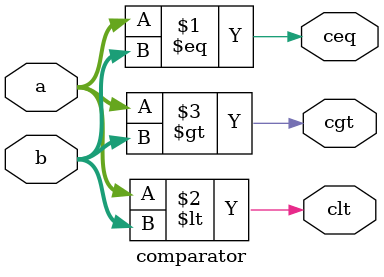
<source format=v>
`timescale 1ns / 1ps


module comparator (
    input  [3:0] a, b,
    output ceq, clt, cgt
);
    assign ceq = (a == b);
    assign clt = (a < b);
    assign cgt = (a > b);
endmodule


</source>
